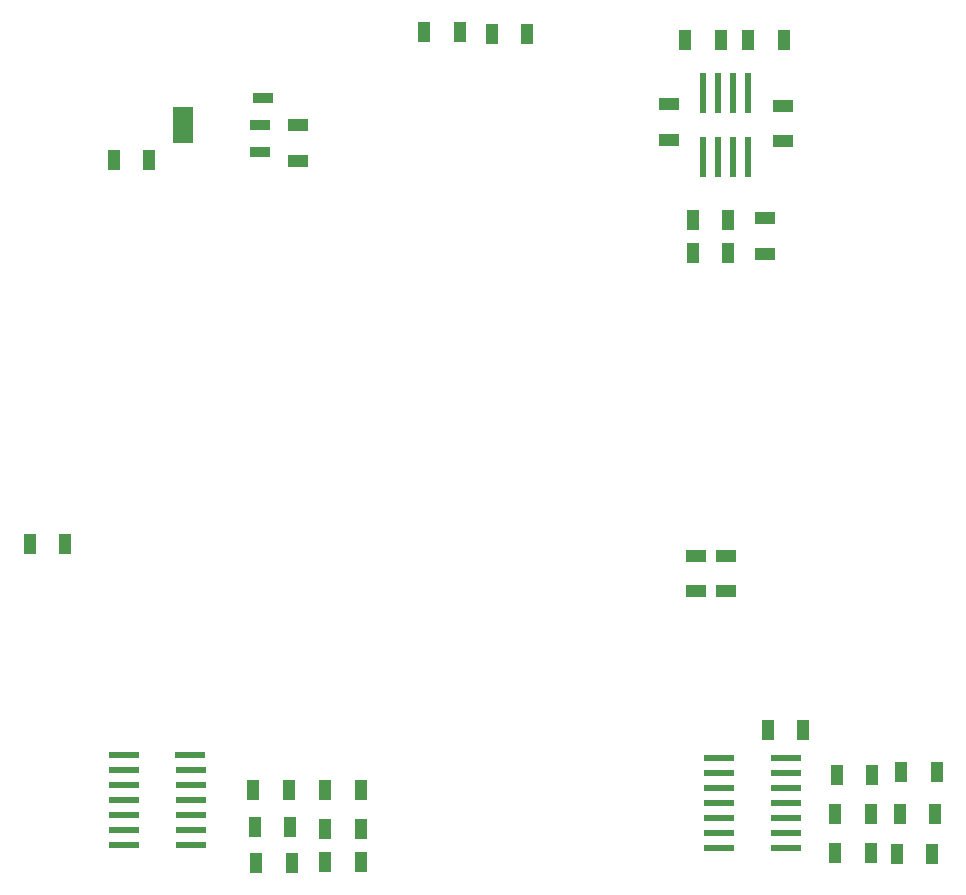
<source format=gtp>
G04*
G04 #@! TF.GenerationSoftware,Altium Limited,Altium Designer,24.1.2 (44)*
G04*
G04 Layer_Color=8421504*
%FSLAX44Y44*%
%MOMM*%
G71*
G04*
G04 #@! TF.SameCoordinates,1CDE90F2-DCA2-4B6B-BF69-51DDCCDC9EC5*
G04*
G04*
G04 #@! TF.FilePolarity,Positive*
G04*
G01*
G75*
%ADD19R,1.8034X1.1176*%
%ADD20R,0.6000X3.4000*%
%ADD21R,1.1176X1.8034*%
%ADD22R,2.6500X0.6000*%
%ADD23R,1.7000X3.0988*%
%ADD24R,1.7000X0.8382*%
D19*
X657860Y426466D02*
D03*
Y396494D02*
D03*
X683260D02*
D03*
Y426466D02*
D03*
X635000Y778764D02*
D03*
Y808736D02*
D03*
X321310Y790956D02*
D03*
Y760984D02*
D03*
X716280Y712216D02*
D03*
Y682244D02*
D03*
X731520Y777748D02*
D03*
Y807720D02*
D03*
D20*
X663730Y818362D02*
D03*
X676430D02*
D03*
X689130D02*
D03*
X701830D02*
D03*
Y764362D02*
D03*
X689130D02*
D03*
X676430D02*
D03*
X663730D02*
D03*
D21*
X860806Y208280D02*
D03*
X830834D02*
D03*
X776224D02*
D03*
X806196D02*
D03*
X776224Y175260D02*
D03*
X806196D02*
D03*
X858266Y173990D02*
D03*
X828294D02*
D03*
X286004Y166370D02*
D03*
X315976D02*
D03*
X374396Y167640D02*
D03*
X344424D02*
D03*
X283464Y228600D02*
D03*
X313436D02*
D03*
X284734Y196850D02*
D03*
X314706D02*
D03*
X374396Y195580D02*
D03*
X344424D02*
D03*
X374396Y228600D02*
D03*
X344424D02*
D03*
X685546Y683260D02*
D03*
X655574D02*
D03*
X685546Y711200D02*
D03*
X655574D02*
D03*
X732536Y863600D02*
D03*
X702564D02*
D03*
X678942D02*
D03*
X648970D02*
D03*
X458216Y869950D02*
D03*
X428244D02*
D03*
X195326Y762000D02*
D03*
X165354D02*
D03*
X515366Y868680D02*
D03*
X485394D02*
D03*
X719074Y279400D02*
D03*
X749046D02*
D03*
X832104Y243840D02*
D03*
X862076D02*
D03*
X807466Y241300D02*
D03*
X777494D02*
D03*
X93980Y436880D02*
D03*
X123952D02*
D03*
D22*
X173570Y257810D02*
D03*
Y245110D02*
D03*
Y232410D02*
D03*
Y219710D02*
D03*
Y207010D02*
D03*
Y194310D02*
D03*
Y181610D02*
D03*
X230290D02*
D03*
Y194310D02*
D03*
Y207010D02*
D03*
Y219710D02*
D03*
Y232410D02*
D03*
Y245110D02*
D03*
X229870Y257810D02*
D03*
X734060Y255270D02*
D03*
X734480Y242570D02*
D03*
Y229870D02*
D03*
Y217170D02*
D03*
Y204470D02*
D03*
Y191770D02*
D03*
Y179070D02*
D03*
X677760D02*
D03*
Y191770D02*
D03*
Y204470D02*
D03*
Y217170D02*
D03*
Y229870D02*
D03*
Y242570D02*
D03*
Y255270D02*
D03*
D23*
X224040Y791210D02*
D03*
D24*
X289040Y768096D02*
D03*
Y791210D02*
D03*
X291540Y814324D02*
D03*
M02*

</source>
